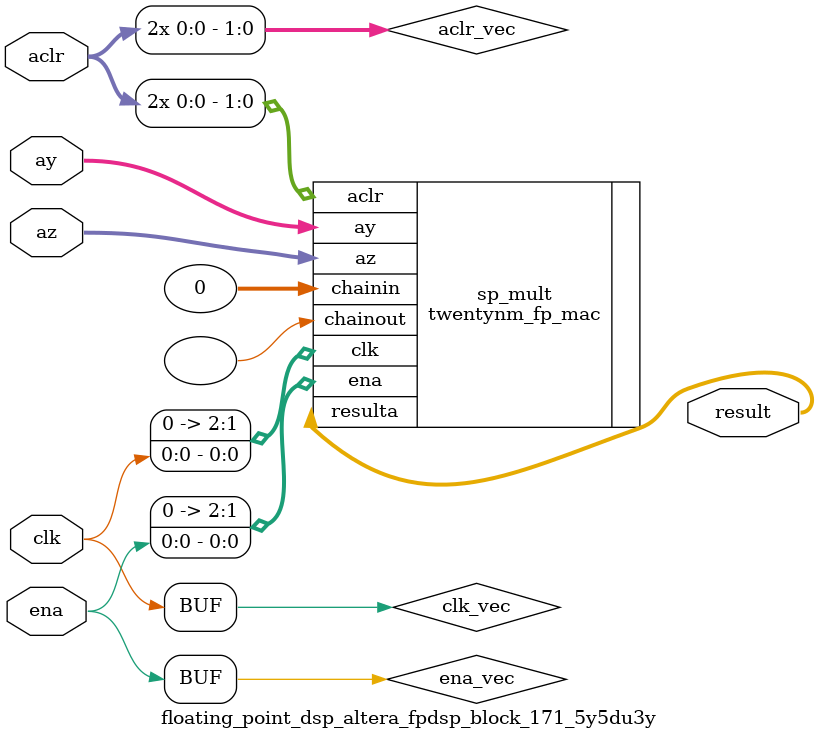
<source format=sv>
module floating_point_dsp_altera_fpdsp_block_171_5y5du3y  (
    input  wire                          clk,
    input  wire                          ena,
    input  wire                          aclr,
    input  wire [31:0]                   ay,
    input  wire [31:0]                   az,
    output wire [31:0]                   result

	);
    wire [1-1:0] clk_vec;
    wire [1-1:0] ena_vec;
    wire [1:0]                   aclr_vec;
    assign clk_vec[0] = clk;
    assign ena_vec[0] = ena;
    assign aclr_vec[1] = aclr;
    assign aclr_vec[0] = aclr;

twentynm_fp_mac  #(
    .ax_clock("NONE"),
    .ay_clock("0"),
    .az_clock("0"),
    .output_clock("0"),
    .accumulate_clock("NONE"),
    .ax_chainin_pl_clock("NONE"),
    .accum_pipeline_clock("NONE"),
    .mult_pipeline_clock("0"),
    .adder_input_clock("0"),
    .accum_adder_clock("NONE"),
    .use_chainin("false"),
    .operation_mode("sp_mult"),
    .adder_subtract("false")
) sp_mult (
    .clk({1'b0,1'b0,clk_vec[0]}),
    .ena({1'b0,1'b0,ena_vec[0]}),
    .aclr(aclr_vec),
    .ay(ay),
    .az(az),

    .chainin(32'b0),
    .resulta(result),
    .chainout()
);
endmodule


</source>
